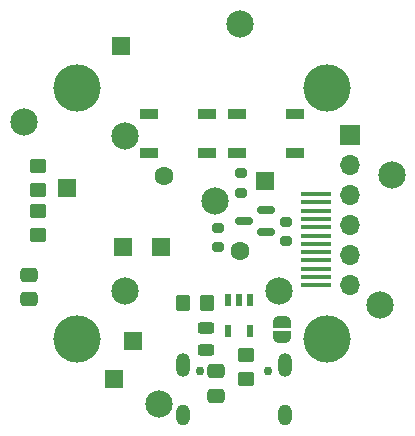
<source format=gbr>
%TF.GenerationSoftware,KiCad,Pcbnew,8.0.0*%
%TF.CreationDate,2024-03-22T20:52:57+01:00*%
%TF.ProjectId,rotatror,726f7461-7472-46f7-922e-6b696361645f,rev?*%
%TF.SameCoordinates,Original*%
%TF.FileFunction,Soldermask,Bot*%
%TF.FilePolarity,Negative*%
%FSLAX46Y46*%
G04 Gerber Fmt 4.6, Leading zero omitted, Abs format (unit mm)*
G04 Created by KiCad (PCBNEW 8.0.0) date 2024-03-22 20:52:57*
%MOMM*%
%LPD*%
G01*
G04 APERTURE LIST*
G04 Aperture macros list*
%AMRoundRect*
0 Rectangle with rounded corners*
0 $1 Rounding radius*
0 $2 $3 $4 $5 $6 $7 $8 $9 X,Y pos of 4 corners*
0 Add a 4 corners polygon primitive as box body*
4,1,4,$2,$3,$4,$5,$6,$7,$8,$9,$2,$3,0*
0 Add four circle primitives for the rounded corners*
1,1,$1+$1,$2,$3*
1,1,$1+$1,$4,$5*
1,1,$1+$1,$6,$7*
1,1,$1+$1,$8,$9*
0 Add four rect primitives between the rounded corners*
20,1,$1+$1,$2,$3,$4,$5,0*
20,1,$1+$1,$4,$5,$6,$7,0*
20,1,$1+$1,$6,$7,$8,$9,0*
20,1,$1+$1,$8,$9,$2,$3,0*%
%AMFreePoly0*
4,1,19,0.500000,-0.750000,0.000000,-0.750000,0.000000,-0.744911,-0.071157,-0.744911,-0.207708,-0.704816,-0.327430,-0.627875,-0.420627,-0.520320,-0.479746,-0.390866,-0.500000,-0.250000,-0.500000,0.250000,-0.479746,0.390866,-0.420627,0.520320,-0.327430,0.627875,-0.207708,0.704816,-0.071157,0.744911,0.000000,0.744911,0.000000,0.750000,0.500000,0.750000,0.500000,-0.750000,0.500000,-0.750000,
$1*%
%AMFreePoly1*
4,1,19,0.000000,0.744911,0.071157,0.744911,0.207708,0.704816,0.327430,0.627875,0.420627,0.520320,0.479746,0.390866,0.500000,0.250000,0.500000,-0.250000,0.479746,-0.390866,0.420627,-0.520320,0.327430,-0.627875,0.207708,-0.704816,0.071157,-0.744911,0.000000,-0.744911,0.000000,-0.750000,-0.500000,-0.750000,-0.500000,0.750000,0.000000,0.750000,0.000000,0.744911,0.000000,0.744911,
$1*%
G04 Aperture macros list end*
%ADD10R,2.500000X0.350000*%
%ADD11RoundRect,0.200000X0.275000X-0.200000X0.275000X0.200000X-0.275000X0.200000X-0.275000X-0.200000X0*%
%ADD12RoundRect,0.150000X0.587500X0.150000X-0.587500X0.150000X-0.587500X-0.150000X0.587500X-0.150000X0*%
%ADD13RoundRect,0.250000X0.450000X-0.350000X0.450000X0.350000X-0.450000X0.350000X-0.450000X-0.350000X0*%
%ADD14R,1.500000X1.500000*%
%ADD15C,0.750000*%
%ADD16O,1.200000X2.000000*%
%ADD17O,1.200000X1.800000*%
%ADD18R,1.700000X1.700000*%
%ADD19O,1.700000X1.700000*%
%ADD20RoundRect,0.250000X-0.350000X-0.450000X0.350000X-0.450000X0.350000X0.450000X-0.350000X0.450000X0*%
%ADD21R,1.500000X0.900000*%
%ADD22RoundRect,0.250000X-0.475000X0.337500X-0.475000X-0.337500X0.475000X-0.337500X0.475000X0.337500X0*%
%ADD23RoundRect,0.250000X-0.450000X0.350000X-0.450000X-0.350000X0.450000X-0.350000X0.450000X0.350000X0*%
%ADD24R,0.600000X1.000000*%
%ADD25C,4.000000*%
%ADD26C,1.600000*%
%ADD27C,2.304000*%
%ADD28FreePoly0,90.000000*%
%ADD29FreePoly1,90.000000*%
%ADD30RoundRect,0.250000X0.475000X-0.337500X0.475000X0.337500X-0.475000X0.337500X-0.475000X-0.337500X0*%
%ADD31RoundRect,0.243750X-0.456250X0.243750X-0.456250X-0.243750X0.456250X-0.243750X0.456250X0.243750X0*%
G04 APERTURE END LIST*
D10*
%TO.C,U5*%
X123675000Y-85850000D03*
X123675000Y-85150000D03*
X123675000Y-84450000D03*
X123675000Y-83750000D03*
X123675000Y-83050000D03*
X123675000Y-82350000D03*
X123675000Y-78150000D03*
X123675000Y-78850000D03*
X123675000Y-79550000D03*
X123675000Y-80250000D03*
X123675000Y-80950000D03*
X123675000Y-81650000D03*
%TD*%
D11*
%TO.C,R18*%
X121200000Y-82125000D03*
X121200000Y-80475000D03*
%TD*%
%TO.C,R17*%
X115425000Y-82625000D03*
X115425000Y-80975000D03*
%TD*%
%TO.C,R16*%
X117375000Y-78025000D03*
X117375000Y-76375000D03*
%TD*%
D12*
%TO.C,Q1*%
X119475000Y-79450000D03*
X119475000Y-81350000D03*
X117600000Y-80400000D03*
%TD*%
D13*
%TO.C,R15*%
X100200000Y-77800000D03*
X100200000Y-75800000D03*
%TD*%
%TO.C,R14*%
X100200000Y-81600000D03*
X100200000Y-79600000D03*
%TD*%
D14*
%TO.C,TP1*%
X119400000Y-77000000D03*
%TD*%
%TO.C,TP6*%
X107400000Y-82600000D03*
%TD*%
%TO.C,TP5*%
X110600000Y-82600000D03*
%TD*%
D15*
%TO.C,U3*%
X113850000Y-93145500D03*
X119650000Y-93145500D03*
D16*
X112425000Y-92645500D03*
D17*
X112425000Y-96845500D03*
D16*
X121075000Y-92645500D03*
D17*
X121075000Y-96845500D03*
%TD*%
D18*
%TO.C,J1*%
X126600000Y-73180000D03*
D19*
X126600000Y-75720000D03*
X126600000Y-78260000D03*
X126600000Y-80800000D03*
X126600000Y-83340000D03*
X126600000Y-85880000D03*
%TD*%
D20*
%TO.C,R12*%
X112460000Y-87400000D03*
X114460000Y-87400000D03*
%TD*%
D21*
%TO.C,D2*%
X109550000Y-74650000D03*
X109550000Y-71350000D03*
X114450000Y-71350000D03*
X114450000Y-74650000D03*
%TD*%
D22*
%TO.C,C3*%
X115200000Y-93162500D03*
X115200000Y-95237500D03*
%TD*%
D23*
%TO.C,R13*%
X117800000Y-91800000D03*
X117800000Y-93800000D03*
%TD*%
D14*
%TO.C,LED*%
X107200000Y-65600000D03*
%TD*%
D24*
%TO.C,U4*%
X116250000Y-87100000D03*
X117200000Y-87100000D03*
X118150000Y-87100000D03*
X118150000Y-89700000D03*
X116250000Y-89700000D03*
%TD*%
D25*
%TO.C,S1*%
X124654410Y-69191210D03*
X103441210Y-69191210D03*
D26*
X110865830Y-76615830D03*
X117229790Y-82979790D03*
D25*
X124654410Y-90404410D03*
X103441210Y-90404410D03*
D27*
X120595620Y-86345620D03*
X107500000Y-86345620D03*
X107500000Y-73250000D03*
X130127410Y-76545120D03*
X115157970Y-78687650D03*
X129158710Y-87526480D03*
X110441570Y-95948110D03*
X98936910Y-72069140D03*
X117300500Y-63718210D03*
%TD*%
D14*
%TO.C,GND*%
X106600000Y-93800000D03*
%TD*%
%TO.C,+BAT*%
X108200000Y-90600000D03*
%TD*%
D28*
%TO.C,JP2*%
X120850000Y-90250000D03*
D29*
X120850000Y-88950000D03*
%TD*%
D30*
%TO.C,C5*%
X99400000Y-87037500D03*
X99400000Y-84962500D03*
%TD*%
D14*
%TO.C,RES*%
X102600000Y-77600000D03*
%TD*%
D21*
%TO.C,D1*%
X117000000Y-74650000D03*
X117000000Y-71350000D03*
X121900000Y-71350000D03*
X121900000Y-74650000D03*
%TD*%
D31*
%TO.C,D3*%
X114420000Y-89482500D03*
X114420000Y-91357500D03*
%TD*%
M02*

</source>
